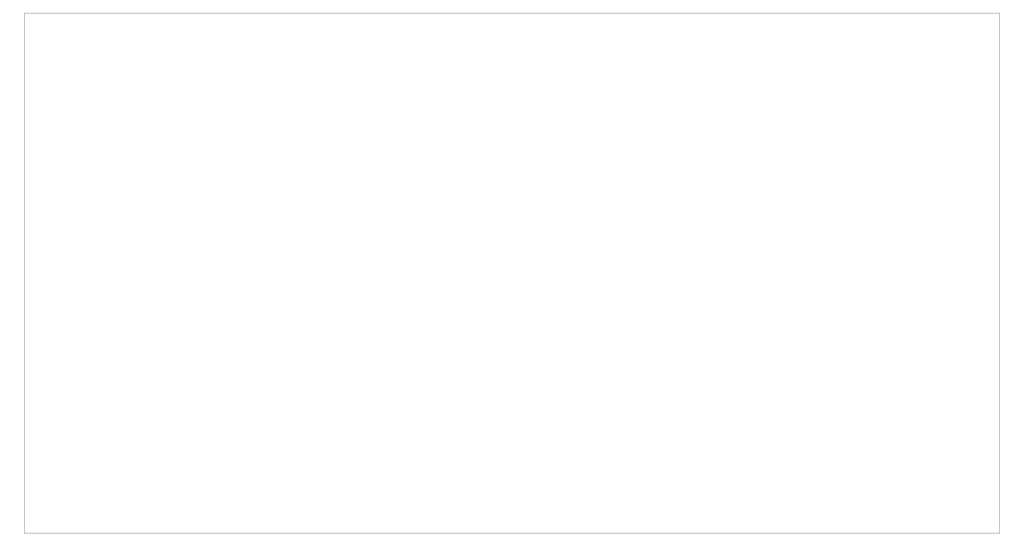
<source format=gbr>
G04*
G04 #@! TF.GenerationSoftware,Altium Limited,Altium Designer,24.10.1 (45)*
G04*
G04 Layer_Color=0*
%FSLAX44Y44*%
%MOMM*%
G71*
G04*
G04 #@! TF.SameCoordinates,2C042171-34E2-4856-99AA-637600A7DDE9*
G04*
G04*
G04 #@! TF.FilePolarity,Positive*
G04*
G01*
G75*
%ADD84C,0.0254*%
D84*
X254000Y254000D02*
Y1270000D01*
X2159000D01*
Y254000D01*
X254000D01*
M02*

</source>
